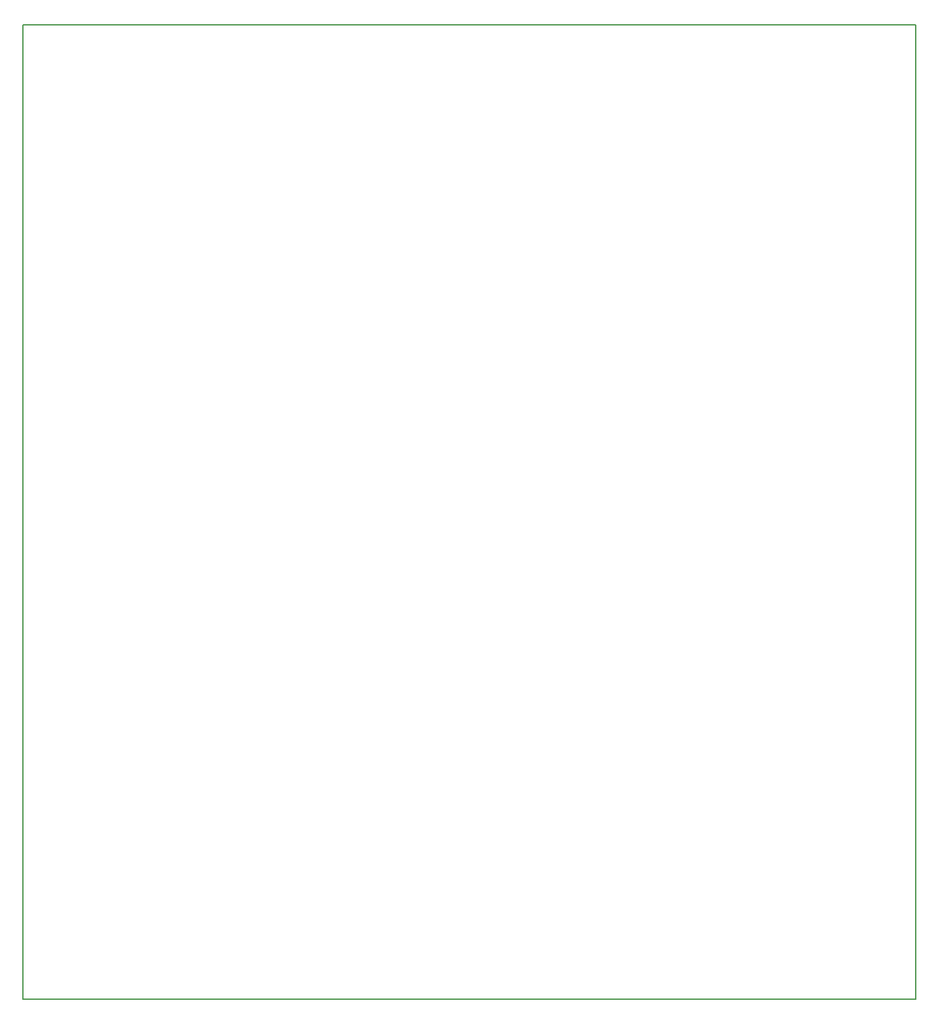
<source format=gm1>
G04 #@! TF.FileFunction,Profile,NP*
%FSLAX46Y46*%
G04 Gerber Fmt 4.6, Leading zero omitted, Abs format (unit mm)*
G04 Created by KiCad (PCBNEW 4.0.7) date 04/19/18 21:13:34*
%MOMM*%
%LPD*%
G01*
G04 APERTURE LIST*
%ADD10C,0.100000*%
%ADD11C,0.150000*%
G04 APERTURE END LIST*
D10*
D11*
X62230000Y-180340000D02*
X62230000Y-50800000D01*
X180975000Y-180340000D02*
X180975000Y-50800000D01*
X62230000Y-180340000D02*
X180975000Y-180340000D01*
X62230000Y-50800000D02*
X180975000Y-50800000D01*
M02*

</source>
